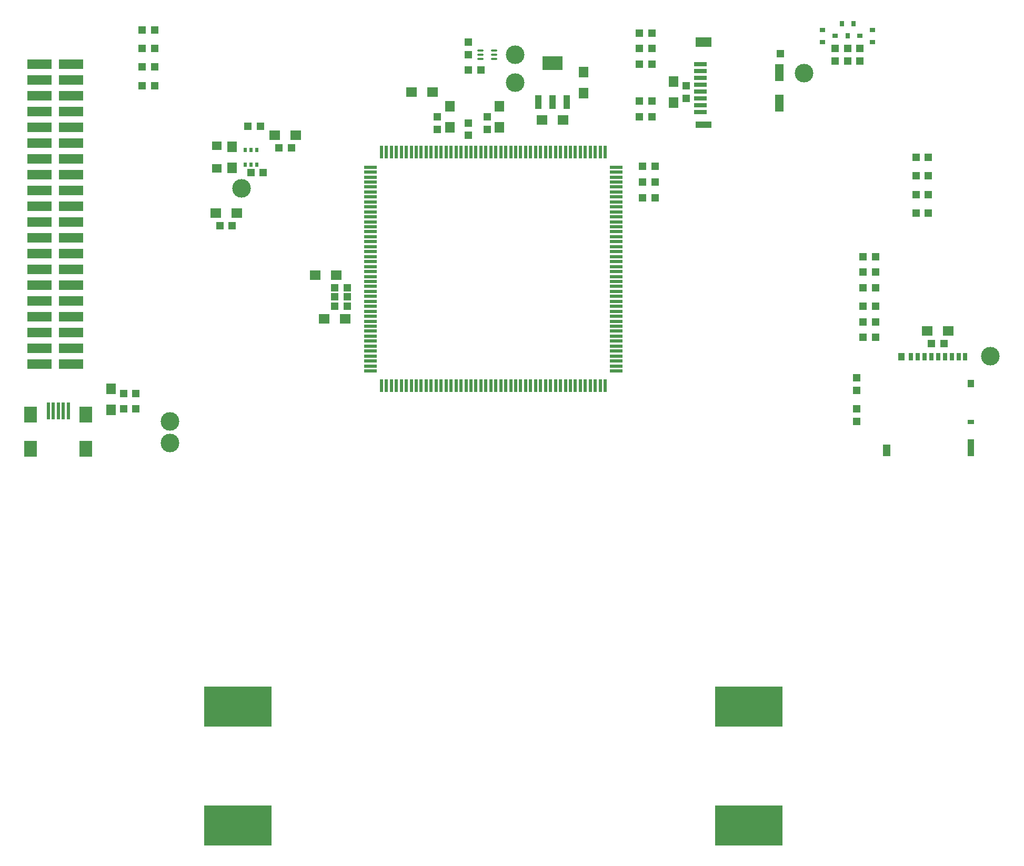
<source format=gbp>
G04 #@! TF.GenerationSoftware,KiCad,Pcbnew,7.0.8*
G04 #@! TF.CreationDate,2023-11-01T09:31:03+09:00*
G04 #@! TF.ProjectId,a5d27_handheld_console_pcb,61356432-375f-4686-916e-6468656c645f,rev?*
G04 #@! TF.SameCoordinates,Original*
G04 #@! TF.FileFunction,Paste,Bot*
G04 #@! TF.FilePolarity,Positive*
%FSLAX46Y46*%
G04 Gerber Fmt 4.6, Leading zero omitted, Abs format (unit mm)*
G04 Created by KiCad (PCBNEW 7.0.8) date 2023-11-01 09:31:03*
%MOMM*%
%LPD*%
G01*
G04 APERTURE LIST*
G04 Aperture macros list*
%AMRoundRect*
0 Rectangle with rounded corners*
0 $1 Rounding radius*
0 $2 $3 $4 $5 $6 $7 $8 $9 X,Y pos of 4 corners*
0 Add a 4 corners polygon primitive as box body*
4,1,4,$2,$3,$4,$5,$6,$7,$8,$9,$2,$3,0*
0 Add four circle primitives for the rounded corners*
1,1,$1+$1,$2,$3*
1,1,$1+$1,$4,$5*
1,1,$1+$1,$6,$7*
1,1,$1+$1,$8,$9*
0 Add four rect primitives between the rounded corners*
20,1,$1+$1,$2,$3,$4,$5,0*
20,1,$1+$1,$4,$5,$6,$7,0*
20,1,$1+$1,$6,$7,$8,$9,0*
20,1,$1+$1,$8,$9,$2,$3,0*%
G04 Aperture macros list end*
%ADD10R,1.200000X1.200000*%
%ADD11R,1.800000X1.600000*%
%ADD12R,2.000000X0.600000*%
%ADD13R,0.600000X2.000000*%
%ADD14R,0.550000X0.800000*%
%ADD15R,1.600000X1.800000*%
%ADD16R,1.000000X2.300000*%
%ADD17R,3.300000X2.300000*%
%ADD18C,3.000000*%
%ADD19R,2.000000X0.700000*%
%ADD20R,1.400000X2.700000*%
%ADD21R,2.600000X1.000000*%
%ADD22R,2.600000X1.500000*%
%ADD23R,0.900000X0.800000*%
%ADD24R,10.800000X6.400000*%
%ADD25R,4.000000X1.500000*%
%ADD26R,0.800000X0.900000*%
%ADD27R,0.700000X1.200000*%
%ADD28R,1.000000X1.200000*%
%ADD29R,1.000000X2.800000*%
%ADD30R,1.300000X1.900000*%
%ADD31R,1.000000X0.800000*%
%ADD32RoundRect,0.087500X0.412500X-0.087500X0.412500X0.087500X-0.412500X0.087500X-0.412500X-0.087500X0*%
%ADD33R,0.500000X2.800000*%
%ADD34R,2.000000X2.500000*%
%ADD35R,1.500000X1.400000*%
G04 APERTURE END LIST*
D10*
X207580000Y-168640000D03*
X209580000Y-168640000D03*
D11*
X155880000Y-141640000D03*
X159280000Y-141640000D03*
D12*
X128280000Y-182040000D03*
X128280000Y-181240000D03*
X128280000Y-180440000D03*
X128280000Y-179640000D03*
X128280000Y-178840000D03*
X128280000Y-178040000D03*
X128280000Y-177240000D03*
X128280000Y-176440000D03*
X128280000Y-175640000D03*
X128280000Y-174840000D03*
X128280000Y-174040000D03*
X128280000Y-173240000D03*
X128280000Y-172440000D03*
X128280000Y-171640000D03*
X128280000Y-170840000D03*
X128280000Y-170040000D03*
X128280000Y-169240000D03*
X128280000Y-168440000D03*
X128280000Y-167640000D03*
X128280000Y-166840000D03*
X128280000Y-166040000D03*
X128280000Y-165240000D03*
X128280000Y-164440000D03*
X128280000Y-163640000D03*
X128280000Y-162840000D03*
X128280000Y-162040000D03*
X128280000Y-161240000D03*
X128280000Y-160440000D03*
X128280000Y-159640000D03*
X128280000Y-158840000D03*
X128280000Y-158040000D03*
X128280000Y-157240000D03*
X128280000Y-156440000D03*
X128280000Y-155640000D03*
X128280000Y-154840000D03*
X128280000Y-154040000D03*
X128280000Y-153240000D03*
X128280000Y-152440000D03*
X128280000Y-151640000D03*
X128280000Y-150840000D03*
X128280000Y-150040000D03*
X128280000Y-149240000D03*
D13*
X130080000Y-146840000D03*
X130880000Y-146840000D03*
X131680000Y-146840000D03*
X132480000Y-146840000D03*
X133280000Y-146840000D03*
X134080000Y-146840000D03*
X134880000Y-146840000D03*
X135680000Y-146840000D03*
X136480000Y-146840000D03*
X137280000Y-146840000D03*
X138080000Y-146840000D03*
X138880000Y-146840000D03*
X139680000Y-146840000D03*
X140480000Y-146840000D03*
X141280000Y-146840000D03*
X142080000Y-146840000D03*
X142880000Y-146840000D03*
X143680000Y-146840000D03*
X144480000Y-146840000D03*
X145280000Y-146840000D03*
X146080000Y-146840000D03*
X146880000Y-146840000D03*
X147680000Y-146840000D03*
X148480000Y-146840000D03*
X149280000Y-146840000D03*
X150080000Y-146840000D03*
X150880000Y-146840000D03*
X151680000Y-146840000D03*
X152480000Y-146840000D03*
X153280000Y-146840000D03*
X154080000Y-146840000D03*
X154880000Y-146840000D03*
X155680000Y-146840000D03*
X156480000Y-146840000D03*
X157280000Y-146840000D03*
X158080000Y-146840000D03*
X158880000Y-146840000D03*
X159680000Y-146840000D03*
X160480000Y-146840000D03*
X161280000Y-146840000D03*
X162080000Y-146840000D03*
X162880000Y-146840000D03*
X163680000Y-146840000D03*
X164480000Y-146840000D03*
X165280000Y-146840000D03*
X166080000Y-146840000D03*
D12*
X167880000Y-149240000D03*
X167880000Y-150040000D03*
X167880000Y-150840000D03*
X167880000Y-151640000D03*
X167880000Y-152440000D03*
X167880000Y-153240000D03*
X167880000Y-154040000D03*
X167880000Y-154840000D03*
X167880000Y-155640000D03*
X167880000Y-156440000D03*
X167880000Y-157240000D03*
X167880000Y-158040000D03*
X167880000Y-158840000D03*
X167880000Y-159640000D03*
X167880000Y-160440000D03*
X167880000Y-161240000D03*
X167880000Y-162040000D03*
X167880000Y-162840000D03*
X167880000Y-163640000D03*
X167880000Y-164440000D03*
X167880000Y-165240000D03*
X167880000Y-166040000D03*
X167880000Y-166840000D03*
X167880000Y-167640000D03*
X167880000Y-168440000D03*
X167880000Y-169240000D03*
X167880000Y-170040000D03*
X167880000Y-170840000D03*
X167880000Y-171640000D03*
X167880000Y-172440000D03*
X167880000Y-173240000D03*
X167880000Y-174040000D03*
X167880000Y-174840000D03*
X167880000Y-175640000D03*
X167880000Y-176440000D03*
X167880000Y-177240000D03*
X167880000Y-178040000D03*
X167880000Y-178840000D03*
X167880000Y-179640000D03*
X167880000Y-180440000D03*
X167880000Y-181240000D03*
X167880000Y-182040000D03*
D13*
X166080000Y-184440000D03*
X165280000Y-184440000D03*
X164480000Y-184440000D03*
X163680000Y-184440000D03*
X162880000Y-184440000D03*
X162080000Y-184440000D03*
X161280000Y-184440000D03*
X160480000Y-184440000D03*
X159680000Y-184440000D03*
X158880000Y-184440000D03*
X158080000Y-184440000D03*
X157280000Y-184440000D03*
X156480000Y-184440000D03*
X155680000Y-184440000D03*
X154880000Y-184440000D03*
X154080000Y-184440000D03*
X153280000Y-184440000D03*
X152480000Y-184440000D03*
X151680000Y-184440000D03*
X150880000Y-184440000D03*
X150080000Y-184440000D03*
X149280000Y-184440000D03*
X148480000Y-184440000D03*
X147680000Y-184440000D03*
X146880000Y-184440000D03*
X146080000Y-184440000D03*
X145280000Y-184440000D03*
X144480000Y-184440000D03*
X143680000Y-184440000D03*
X142880000Y-184440000D03*
X142080000Y-184440000D03*
X141280000Y-184440000D03*
X140480000Y-184440000D03*
X139680000Y-184440000D03*
X138880000Y-184440000D03*
X138080000Y-184440000D03*
X137280000Y-184440000D03*
X136480000Y-184440000D03*
X135680000Y-184440000D03*
X134880000Y-184440000D03*
X134080000Y-184440000D03*
X133280000Y-184440000D03*
X132480000Y-184440000D03*
X131680000Y-184440000D03*
X130880000Y-184440000D03*
X130080000Y-184440000D03*
D10*
X205080000Y-132140000D03*
X205080000Y-130140000D03*
X207580000Y-163640000D03*
X209580000Y-163640000D03*
X179080000Y-138140000D03*
X179080000Y-136140000D03*
X144080000Y-131140000D03*
X144080000Y-129140000D03*
D14*
X110030000Y-148840000D03*
X109080000Y-148840000D03*
X108130000Y-148840000D03*
X108130000Y-146440000D03*
X109080000Y-146440000D03*
X110030000Y-146440000D03*
D15*
X177080000Y-135440000D03*
X177080000Y-138840000D03*
D10*
X144080000Y-133640000D03*
X146080000Y-133640000D03*
D16*
X159880000Y-138790000D03*
X157580000Y-138790000D03*
X155280000Y-138790000D03*
D17*
X157580000Y-132490000D03*
D10*
X93580000Y-133140000D03*
X91580000Y-133140000D03*
X174080000Y-149140000D03*
X172080000Y-149140000D03*
X171580000Y-130140000D03*
X173580000Y-130140000D03*
X207580000Y-171640000D03*
X209580000Y-171640000D03*
D11*
X103380000Y-156640000D03*
X106780000Y-156640000D03*
D18*
X151580000Y-135640000D03*
D10*
X207080000Y-132140000D03*
X207080000Y-130140000D03*
X206580000Y-183140000D03*
X206580000Y-185140000D03*
X144080000Y-142140000D03*
X144080000Y-144140000D03*
X218080000Y-150640000D03*
X216080000Y-150640000D03*
D19*
X181430000Y-132640000D03*
X181430000Y-133740000D03*
X181430000Y-134840000D03*
X181430000Y-135940000D03*
X181430000Y-137040000D03*
X181430000Y-138140000D03*
X181430000Y-139240000D03*
X181430000Y-140340000D03*
D20*
X194130000Y-134040000D03*
D21*
X181930000Y-142440000D03*
D20*
X194130000Y-138940000D03*
D10*
X194230000Y-130990000D03*
D22*
X181930000Y-129090000D03*
D10*
X122580000Y-168640000D03*
X124580000Y-168640000D03*
X93580000Y-130140000D03*
X91580000Y-130140000D03*
X220580000Y-177640000D03*
X218580000Y-177640000D03*
D23*
X209080000Y-127190000D03*
X209080000Y-129090000D03*
X207080000Y-128140000D03*
D18*
X96080000Y-193640000D03*
D10*
X171580000Y-127640000D03*
X173580000Y-127640000D03*
D24*
X189180000Y-236090000D03*
X106980000Y-236090000D03*
X189180000Y-255190000D03*
X106980000Y-255190000D03*
D25*
X75080000Y-132640000D03*
X75080000Y-135180000D03*
X75080000Y-137720000D03*
X75080000Y-140260000D03*
X75080000Y-142800000D03*
X75080000Y-145340000D03*
X75080000Y-147880000D03*
X75080000Y-150420000D03*
X75080000Y-152960000D03*
X75080000Y-155500000D03*
X75080000Y-158040000D03*
X75080000Y-160580000D03*
X75080000Y-163120000D03*
X75080000Y-165660000D03*
X75080000Y-168200000D03*
X75080000Y-170740000D03*
X75080000Y-173280000D03*
X75080000Y-175820000D03*
X75080000Y-178360000D03*
X75080000Y-180900000D03*
X80160000Y-180900000D03*
X80160000Y-178360000D03*
X80160000Y-175820000D03*
X80160000Y-173280000D03*
X80160000Y-170740000D03*
X80160000Y-168200000D03*
X80160000Y-165660000D03*
X80160000Y-163120000D03*
X80160000Y-160580000D03*
X80160000Y-158040000D03*
X80160000Y-155500000D03*
X80160000Y-152960000D03*
X80160000Y-150420000D03*
X80160000Y-147880000D03*
X80160000Y-145340000D03*
X80160000Y-142800000D03*
X80160000Y-140260000D03*
X80160000Y-137720000D03*
X80160000Y-135180000D03*
X80160000Y-132640000D03*
D10*
X172080000Y-154140000D03*
X174080000Y-154140000D03*
D15*
X86580000Y-188340000D03*
X86580000Y-184940000D03*
X149080000Y-142840000D03*
X149080000Y-139440000D03*
D10*
X207580000Y-166140000D03*
X209580000Y-166140000D03*
X147080000Y-141140000D03*
X147080000Y-143140000D03*
D18*
X228080000Y-179640000D03*
X198080000Y-134140000D03*
D10*
X171580000Y-132640000D03*
X173580000Y-132640000D03*
X139080000Y-141140000D03*
X139080000Y-143140000D03*
D18*
X151580000Y-131140000D03*
D10*
X218080000Y-153640000D03*
X216080000Y-153640000D03*
X90580000Y-188140000D03*
X88580000Y-188140000D03*
D11*
X138280000Y-137140000D03*
X134880000Y-137140000D03*
D15*
X141080000Y-142840000D03*
X141080000Y-139440000D03*
D26*
X204130000Y-126140000D03*
X206030000Y-126140000D03*
X205080000Y-128140000D03*
D27*
X215305000Y-179758250D03*
X216405000Y-179758250D03*
X217505000Y-179758250D03*
X218605000Y-179758250D03*
X219705000Y-179758250D03*
X220805000Y-179758250D03*
X221905000Y-179758250D03*
X223005000Y-179758250D03*
D28*
X224905000Y-184058250D03*
D29*
X224905000Y-194408250D03*
D30*
X211405000Y-194858250D03*
D28*
X213755000Y-179758250D03*
D31*
X224905000Y-190258250D03*
D27*
X223955000Y-179758250D03*
D10*
X110580000Y-142640000D03*
X108580000Y-142640000D03*
X218080000Y-156640000D03*
X216080000Y-156640000D03*
X171580000Y-138640000D03*
X173580000Y-138640000D03*
D32*
X145980000Y-131790000D03*
X145980000Y-131140000D03*
X145980000Y-130490000D03*
X148180000Y-130490000D03*
X148180000Y-131140000D03*
X148180000Y-131790000D03*
D10*
X93580000Y-136140000D03*
X91580000Y-136140000D03*
X93580000Y-127140000D03*
X91580000Y-127140000D03*
D15*
X106080000Y-149340000D03*
X106080000Y-145940000D03*
D10*
X109080000Y-150140000D03*
X111080000Y-150140000D03*
D18*
X107580000Y-152640000D03*
D10*
X171580000Y-141140000D03*
X173580000Y-141140000D03*
X106080000Y-158640000D03*
X104080000Y-158640000D03*
X206580000Y-188140000D03*
X206580000Y-190140000D03*
X218080000Y-147640000D03*
X216080000Y-147640000D03*
X113580000Y-146140000D03*
X115580000Y-146140000D03*
D11*
X124280000Y-173640000D03*
X120880000Y-173640000D03*
X217880000Y-175640000D03*
X221280000Y-175640000D03*
D10*
X172080000Y-151640000D03*
X174080000Y-151640000D03*
D33*
X79680000Y-188465000D03*
X76480000Y-188465000D03*
X78080000Y-188465000D03*
X78880000Y-188465000D03*
X77280000Y-188465000D03*
D34*
X73630000Y-194590000D03*
X82530000Y-194590000D03*
X73630000Y-189090000D03*
X82530000Y-189090000D03*
D15*
X162580000Y-133940000D03*
X162580000Y-137340000D03*
D10*
X207580000Y-174140000D03*
X209580000Y-174140000D03*
X122580000Y-170140000D03*
X124580000Y-170140000D03*
X90580000Y-185640000D03*
X88580000Y-185640000D03*
X203080000Y-132140000D03*
X203080000Y-130140000D03*
D35*
X103580000Y-149440000D03*
X103580000Y-145840000D03*
D10*
X207580000Y-176640000D03*
X209580000Y-176640000D03*
D11*
X116280000Y-144140000D03*
X112880000Y-144140000D03*
D23*
X201080000Y-129090000D03*
X201080000Y-127190000D03*
X203080000Y-128140000D03*
D11*
X122780000Y-166640000D03*
X119380000Y-166640000D03*
D18*
X96080000Y-190140000D03*
D10*
X122580000Y-171640000D03*
X124580000Y-171640000D03*
M02*

</source>
